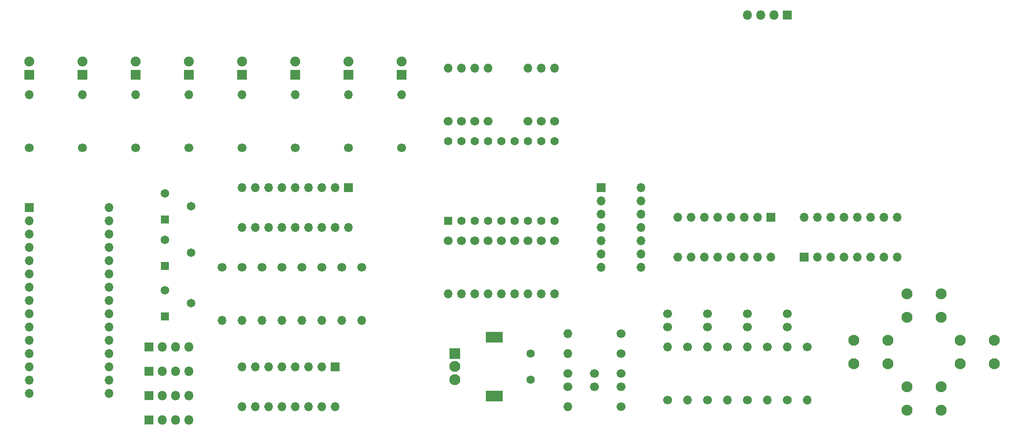
<source format=gbs>
G04 #@! TF.GenerationSoftware,KiCad,Pcbnew,(5.1.6)-1*
G04 #@! TF.CreationDate,2020-05-23T11:28:19-07:00*
G04 #@! TF.ProjectId,NanoDemo,4e616e6f-4465-46d6-9f2e-6b696361645f,rev?*
G04 #@! TF.SameCoordinates,Original*
G04 #@! TF.FileFunction,Soldermask,Bot*
G04 #@! TF.FilePolarity,Negative*
%FSLAX46Y46*%
G04 Gerber Fmt 4.6, Leading zero omitted, Abs format (unit mm)*
G04 Created by KiCad (PCBNEW (5.1.6)-1) date 2020-05-23 11:28:19*
%MOMM*%
%LPD*%
G01*
G04 APERTURE LIST*
%ADD10C,1.650000*%
%ADD11R,1.650000X1.650000*%
%ADD12O,1.700000X1.700000*%
%ADD13R,1.700000X1.700000*%
%ADD14O,1.800000X1.800000*%
%ADD15R,1.800000X1.800000*%
%ADD16C,1.700000*%
%ADD17C,1.600000*%
%ADD18R,1.600000X1.600000*%
%ADD19C,1.900000*%
%ADD20R,1.900000X1.900000*%
%ADD21R,2.100000X2.100000*%
%ADD22C,2.100000*%
%ADD23R,3.300000X2.100000*%
G04 APERTURE END LIST*
D10*
G04 #@! TO.C,RV3*
X55038000Y-173268000D03*
D11*
X50038000Y-175768000D03*
D10*
X50038000Y-170768000D03*
G04 #@! TD*
G04 #@! TO.C,RV2*
X55038000Y-163616000D03*
D11*
X50038000Y-166116000D03*
D10*
X50038000Y-161116000D03*
G04 #@! TD*
G04 #@! TO.C,RV1*
X55038000Y-154726000D03*
D11*
X50038000Y-157226000D03*
D10*
X50038000Y-152226000D03*
G04 #@! TD*
D12*
G04 #@! TO.C,U1*
X140970000Y-151130000D03*
X133350000Y-166370000D03*
X140970000Y-153670000D03*
X133350000Y-163830000D03*
X140970000Y-156210000D03*
X133350000Y-161290000D03*
X140970000Y-158750000D03*
X133350000Y-158750000D03*
X140970000Y-161290000D03*
X133350000Y-156210000D03*
X140970000Y-163830000D03*
X133350000Y-153670000D03*
X140970000Y-166370000D03*
D13*
X133350000Y-151130000D03*
G04 #@! TD*
D14*
G04 #@! TO.C,J5*
X161290000Y-118110000D03*
X163830000Y-118110000D03*
X166370000Y-118110000D03*
D15*
X168910000Y-118110000D03*
G04 #@! TD*
D12*
G04 #@! TO.C,U6*
X172085000Y-156845000D03*
X189865000Y-164465000D03*
X174625000Y-156845000D03*
X187325000Y-164465000D03*
X177165000Y-156845000D03*
X184785000Y-164465000D03*
X179705000Y-156845000D03*
X182245000Y-164465000D03*
X182245000Y-156845000D03*
X179705000Y-164465000D03*
X184785000Y-156845000D03*
X177165000Y-164465000D03*
X187325000Y-156845000D03*
X174625000Y-164465000D03*
X189865000Y-156845000D03*
D13*
X172085000Y-164465000D03*
G04 #@! TD*
D12*
G04 #@! TO.C,R43*
X124460000Y-171450000D03*
D16*
X124460000Y-161290000D03*
G04 #@! TD*
D12*
G04 #@! TO.C,R42*
X119380000Y-171450000D03*
D16*
X119380000Y-161290000D03*
G04 #@! TD*
D12*
G04 #@! TO.C,R41*
X119380000Y-128270000D03*
D16*
X119380000Y-138430000D03*
G04 #@! TD*
D12*
G04 #@! TO.C,R40*
X114300000Y-171450000D03*
D16*
X114300000Y-161290000D03*
G04 #@! TD*
D12*
G04 #@! TO.C,R39*
X116840000Y-171450000D03*
D16*
X116840000Y-161290000D03*
G04 #@! TD*
D12*
G04 #@! TO.C,R38*
X121920000Y-171450000D03*
D16*
X121920000Y-161290000D03*
G04 #@! TD*
D12*
G04 #@! TO.C,R37*
X124460000Y-128270000D03*
D16*
X124460000Y-138430000D03*
G04 #@! TD*
D12*
G04 #@! TO.C,R36*
X121920000Y-128270000D03*
D16*
X121920000Y-138430000D03*
G04 #@! TD*
D12*
G04 #@! TO.C,R35*
X111760000Y-171450000D03*
D16*
X111760000Y-161290000D03*
G04 #@! TD*
D12*
G04 #@! TO.C,R34*
X106680000Y-128270000D03*
D16*
X106680000Y-138430000D03*
G04 #@! TD*
D12*
G04 #@! TO.C,R33*
X104140000Y-128270000D03*
D16*
X104140000Y-138430000D03*
G04 #@! TD*
D12*
G04 #@! TO.C,R32*
X104140000Y-171450000D03*
D16*
X104140000Y-161290000D03*
G04 #@! TD*
D12*
G04 #@! TO.C,R31*
X106680000Y-171450000D03*
D16*
X106680000Y-161290000D03*
G04 #@! TD*
D12*
G04 #@! TO.C,R30*
X109220000Y-171450000D03*
D16*
X109220000Y-161290000D03*
G04 #@! TD*
D12*
G04 #@! TO.C,R29*
X111760000Y-128270000D03*
D16*
X111760000Y-138430000D03*
G04 #@! TD*
D12*
G04 #@! TO.C,R28*
X109220000Y-128270000D03*
D16*
X109220000Y-138430000D03*
G04 #@! TD*
D14*
G04 #@! TO.C,J4*
X54610000Y-181630000D03*
X52070000Y-181630000D03*
X49530000Y-181630000D03*
D15*
X46990000Y-181630000D03*
G04 #@! TD*
D14*
G04 #@! TO.C,J3*
X54610000Y-186280000D03*
X52070000Y-186280000D03*
X49530000Y-186280000D03*
D15*
X46990000Y-186280000D03*
G04 #@! TD*
D14*
G04 #@! TO.C,J2*
X54610000Y-190930000D03*
X52070000Y-190930000D03*
X49530000Y-190930000D03*
D15*
X46990000Y-190930000D03*
G04 #@! TD*
D14*
G04 #@! TO.C,J1*
X54610000Y-195580000D03*
X52070000Y-195580000D03*
X49530000Y-195580000D03*
D15*
X46990000Y-195580000D03*
G04 #@! TD*
D12*
G04 #@! TO.C,U5*
X85090000Y-158750000D03*
X64770000Y-151130000D03*
X82550000Y-158750000D03*
X67310000Y-151130000D03*
X80010000Y-158750000D03*
X69850000Y-151130000D03*
X77470000Y-158750000D03*
X72390000Y-151130000D03*
X74930000Y-158750000D03*
X74930000Y-151130000D03*
X72390000Y-158750000D03*
X77470000Y-151130000D03*
X69850000Y-158750000D03*
X80010000Y-151130000D03*
X67310000Y-158750000D03*
X82550000Y-151130000D03*
X64770000Y-158750000D03*
D13*
X85090000Y-151130000D03*
G04 #@! TD*
D12*
G04 #@! TO.C,R27*
X87630000Y-176530000D03*
D16*
X87630000Y-166370000D03*
G04 #@! TD*
D12*
G04 #@! TO.C,R26*
X83820000Y-176530000D03*
D16*
X83820000Y-166370000D03*
G04 #@! TD*
D12*
G04 #@! TO.C,R25*
X80010000Y-176530000D03*
D16*
X80010000Y-166370000D03*
G04 #@! TD*
D12*
G04 #@! TO.C,R24*
X76200000Y-176530000D03*
D16*
X76200000Y-166370000D03*
G04 #@! TD*
D12*
G04 #@! TO.C,R23*
X72390000Y-176530000D03*
D16*
X72390000Y-166370000D03*
G04 #@! TD*
D12*
G04 #@! TO.C,R22*
X68580000Y-176530000D03*
D16*
X68580000Y-166370000D03*
G04 #@! TD*
D12*
G04 #@! TO.C,R21*
X64770000Y-176530000D03*
D16*
X64770000Y-166370000D03*
G04 #@! TD*
D12*
G04 #@! TO.C,R20*
X60960000Y-176530000D03*
D16*
X60960000Y-166370000D03*
G04 #@! TD*
D12*
G04 #@! TO.C,R19*
X24130000Y-133350000D03*
D16*
X24130000Y-143510000D03*
G04 #@! TD*
D12*
G04 #@! TO.C,R18*
X95250000Y-133350000D03*
D16*
X95250000Y-143510000D03*
G04 #@! TD*
D12*
G04 #@! TO.C,R17*
X85090000Y-133350000D03*
D16*
X85090000Y-143510000D03*
G04 #@! TD*
D12*
G04 #@! TO.C,R16*
X74930000Y-133350000D03*
D16*
X74930000Y-143510000D03*
G04 #@! TD*
D12*
G04 #@! TO.C,R15*
X64770000Y-133350000D03*
D16*
X64770000Y-143510000D03*
G04 #@! TD*
D12*
G04 #@! TO.C,R14*
X54610000Y-133350000D03*
D16*
X54610000Y-143510000D03*
G04 #@! TD*
D12*
G04 #@! TO.C,R13*
X44450000Y-133350000D03*
D16*
X44450000Y-143510000D03*
G04 #@! TD*
D12*
G04 #@! TO.C,R12*
X34290000Y-133350000D03*
D16*
X34290000Y-143510000D03*
G04 #@! TD*
D17*
G04 #@! TO.C,DS1*
X104140000Y-142240000D03*
X106680000Y-142240000D03*
X109220000Y-142240000D03*
X111760000Y-142240000D03*
X114300000Y-142240000D03*
X116840000Y-142240000D03*
X119380000Y-142240000D03*
X121920000Y-142240000D03*
X124460000Y-142240000D03*
X124460000Y-157480000D03*
X121920000Y-157480000D03*
X119380000Y-157480000D03*
X116840000Y-157480000D03*
X114300000Y-157480000D03*
X111760000Y-157480000D03*
X109220000Y-157480000D03*
X106680000Y-157480000D03*
D18*
X104140000Y-157480000D03*
G04 #@! TD*
D19*
G04 #@! TO.C,D16*
X95250000Y-127000000D03*
D20*
X95250000Y-129540000D03*
G04 #@! TD*
D19*
G04 #@! TO.C,D15*
X85090000Y-127000000D03*
D20*
X85090000Y-129540000D03*
G04 #@! TD*
D19*
G04 #@! TO.C,D14*
X74930000Y-127000000D03*
D20*
X74930000Y-129540000D03*
G04 #@! TD*
D19*
G04 #@! TO.C,D13*
X64770000Y-127000000D03*
D20*
X64770000Y-129540000D03*
G04 #@! TD*
D19*
G04 #@! TO.C,D12*
X54610000Y-127000000D03*
D20*
X54610000Y-129540000D03*
G04 #@! TD*
D19*
G04 #@! TO.C,D11*
X44450000Y-127000000D03*
D20*
X44450000Y-129540000D03*
G04 #@! TD*
D19*
G04 #@! TO.C,D10*
X34290000Y-127000000D03*
D20*
X34290000Y-129540000D03*
G04 #@! TD*
D21*
G04 #@! TO.C,SW4*
X105410000Y-182880000D03*
D22*
X105410000Y-185380000D03*
X105410000Y-187880000D03*
D23*
X112910000Y-179780000D03*
X112910000Y-190980000D03*
D17*
X119910000Y-182880000D03*
X119910000Y-187880000D03*
G04 #@! TD*
D19*
G04 #@! TO.C,D9*
X24130000Y-127000000D03*
D20*
X24130000Y-129540000D03*
G04 #@! TD*
D12*
G04 #@! TO.C,U4*
X165735000Y-164465000D03*
X147955000Y-156845000D03*
X163195000Y-164465000D03*
X150495000Y-156845000D03*
X160655000Y-164465000D03*
X153035000Y-156845000D03*
X158115000Y-164465000D03*
X155575000Y-156845000D03*
X155575000Y-164465000D03*
X158115000Y-156845000D03*
X153035000Y-164465000D03*
X160655000Y-156845000D03*
X150495000Y-164465000D03*
X163195000Y-156845000D03*
X147955000Y-164465000D03*
D13*
X165735000Y-156845000D03*
G04 #@! TD*
D12*
G04 #@! TO.C,U2*
X82550000Y-193040000D03*
X64770000Y-185420000D03*
X80010000Y-193040000D03*
X67310000Y-185420000D03*
X77470000Y-193040000D03*
X69850000Y-185420000D03*
X74930000Y-193040000D03*
X72390000Y-185420000D03*
X72390000Y-193040000D03*
X74930000Y-185420000D03*
X69850000Y-193040000D03*
X77470000Y-185420000D03*
X67310000Y-193040000D03*
X80010000Y-185420000D03*
X64770000Y-193040000D03*
D13*
X82550000Y-185420000D03*
G04 #@! TD*
D22*
G04 #@! TO.C,SW1*
X188110000Y-180340000D03*
X188110000Y-184840000D03*
X181610000Y-180340000D03*
X181610000Y-184840000D03*
G04 #@! TD*
G04 #@! TO.C,SW5*
X198270000Y-189230000D03*
X198270000Y-193730000D03*
X191770000Y-189230000D03*
X191770000Y-193730000D03*
G04 #@! TD*
G04 #@! TO.C,SW3*
X198270000Y-171450000D03*
X198270000Y-175950000D03*
X191770000Y-171450000D03*
X191770000Y-175950000D03*
G04 #@! TD*
G04 #@! TO.C,SW2*
X208430000Y-180340000D03*
X208430000Y-184840000D03*
X201930000Y-180340000D03*
X201930000Y-184840000D03*
G04 #@! TD*
D12*
G04 #@! TO.C,R11*
X146050000Y-181610000D03*
D16*
X146050000Y-191770000D03*
G04 #@! TD*
D12*
G04 #@! TO.C,R10*
X127000000Y-182880000D03*
D16*
X137160000Y-182880000D03*
G04 #@! TD*
D12*
G04 #@! TO.C,R9*
X149860000Y-191770000D03*
D16*
X149860000Y-181610000D03*
G04 #@! TD*
D12*
G04 #@! TO.C,R8*
X127000000Y-193040000D03*
D16*
X137160000Y-193040000D03*
G04 #@! TD*
D12*
G04 #@! TO.C,R7*
X161290000Y-181610000D03*
D16*
X161290000Y-191770000D03*
G04 #@! TD*
D12*
G04 #@! TO.C,R6*
X165100000Y-191770000D03*
D16*
X165100000Y-181610000D03*
G04 #@! TD*
D12*
G04 #@! TO.C,R5*
X127000000Y-179070000D03*
D16*
X137160000Y-179070000D03*
G04 #@! TD*
D12*
G04 #@! TO.C,R4*
X153670000Y-181610000D03*
D16*
X153670000Y-191770000D03*
G04 #@! TD*
D12*
G04 #@! TO.C,R3*
X157480000Y-191770000D03*
D16*
X157480000Y-181610000D03*
G04 #@! TD*
D12*
G04 #@! TO.C,R2*
X168910000Y-181610000D03*
D16*
X168910000Y-191770000D03*
G04 #@! TD*
D12*
G04 #@! TO.C,R1*
X172720000Y-191770000D03*
D16*
X172720000Y-181610000D03*
G04 #@! TD*
G04 #@! TO.C,C7*
X146050000Y-175300000D03*
X146050000Y-177800000D03*
G04 #@! TD*
G04 #@! TO.C,C6*
X132080000Y-186730000D03*
X132080000Y-189230000D03*
G04 #@! TD*
G04 #@! TO.C,C5*
X127000000Y-186730000D03*
X127000000Y-189230000D03*
G04 #@! TD*
G04 #@! TO.C,C4*
X161290000Y-175300000D03*
X161290000Y-177800000D03*
G04 #@! TD*
G04 #@! TO.C,C3*
X137160000Y-186730000D03*
X137160000Y-189230000D03*
G04 #@! TD*
G04 #@! TO.C,C2*
X153670000Y-175300000D03*
X153670000Y-177800000D03*
G04 #@! TD*
G04 #@! TO.C,C1*
X168910000Y-175300000D03*
X168910000Y-177800000D03*
G04 #@! TD*
D12*
G04 #@! TO.C,A1*
X39370000Y-190500000D03*
X24130000Y-190500000D03*
X39370000Y-154940000D03*
X24130000Y-187960000D03*
X39370000Y-157480000D03*
X24130000Y-185420000D03*
X39370000Y-160020000D03*
X24130000Y-182880000D03*
X39370000Y-162560000D03*
X24130000Y-180340000D03*
X39370000Y-165100000D03*
X24130000Y-177800000D03*
X39370000Y-167640000D03*
X24130000Y-175260000D03*
X39370000Y-170180000D03*
X24130000Y-172720000D03*
X39370000Y-172720000D03*
X24130000Y-170180000D03*
X39370000Y-175260000D03*
X24130000Y-167640000D03*
X39370000Y-177800000D03*
X24130000Y-165100000D03*
X39370000Y-180340000D03*
X24130000Y-162560000D03*
X39370000Y-182880000D03*
X24130000Y-160020000D03*
X39370000Y-185420000D03*
X24130000Y-157480000D03*
X39370000Y-187960000D03*
D13*
X24130000Y-154940000D03*
G04 #@! TD*
M02*

</source>
